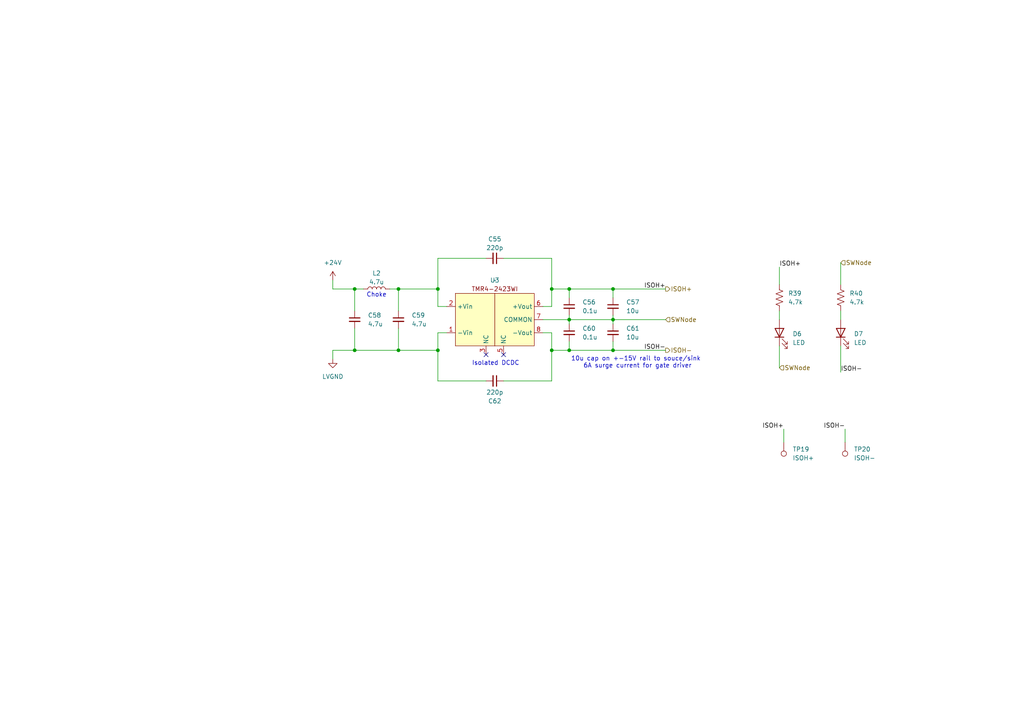
<source format=kicad_sch>
(kicad_sch (version 20250114) (generator "eeschema") (generator_version "9.0")
  (paper "A4")
  (lib_symbols
    (symbol "Connector:TestPoint" (pin_numbers (hide yes)) (pin_names (offset 0.762) (hide yes))
      (property "Reference" "TP" (at 0 6.858 0))
      (property "Value" "TestPoint" (at 0 5.08 0))
      (symbol "TestPoint_0_1"
        (circle (center 0 3.302) (radius 0.762))
      )
      (symbol "TestPoint_1_1"
        (pin passive line (at 0 0 90) (length 2.54) (name "1") (number "1"))
      )
    )
    (symbol "Device:C_Small" (pin_numbers (hide yes)) (pin_names (offset 0.254) (hide yes))
      (property "Reference" "C" (at 0.254 1.778 0))
      (property "Value" "C_Small" (at 0.254 -2.032 0))
      (symbol "C_Small_0_1"
        (polyline (pts (xy -1.524 0.508) (xy 1.524 0.508)) (stroke (width 0.3048)))
        (polyline (pts (xy -1.524 -0.508) (xy 1.524 -0.508)) (stroke (width 0.3302)))
      )
      (symbol "C_Small_1_1"
        (pin passive line (at 0 2.54 270) (length 2.032) (name "~") (number "1"))
        (pin passive line (at 0 -2.54 90) (length 2.032) (name "~") (number "2"))
      )
    )
    (symbol "Device:L" (pin_numbers (hide yes)) (pin_names (offset 1.016) (hide yes))
      (property "Reference" "L" (at -1.27 0 90))
      (property "Value" "L" (at 1.905 0 90))
      (symbol "L_0_1"
        (arc (start 0 2.54) (mid 0.6323 1.905) (end 0 1.27))
        (arc (start 0 1.27) (mid 0.6323 0.635) (end 0 0))
        (arc (start 0 0) (mid 0.6323 -0.635) (end 0 -1.27))
        (arc (start 0 -1.27) (mid 0.6323 -1.905) (end 0 -2.54))
      )
      (symbol "L_1_1"
        (pin passive line (at 0 3.81 270) (length 1.27) (name "1") (number "1"))
        (pin passive line (at 0 -3.81 90) (length 1.27) (name "2") (number "2"))
      )
    )
    (symbol "Device:LED" (pin_numbers (hide yes)) (pin_names (offset 1.016) (hide yes))
      (property "Reference" "D" (at 0 2.54 0))
      (property "Value" "LED" (at 0 -2.54 0))
      (symbol "LED_0_1"
        (polyline (pts (xy -3.048 -0.762) (xy -4.572 -2.286) (xy -3.81 -2.286) (xy -4.572 -2.286) (xy -4.572 -1.524)))
        (polyline (pts (xy -1.778 -0.762) (xy -3.302 -2.286) (xy -2.54 -2.286) (xy -3.302 -2.286) (xy -3.302 -1.524)))
        (polyline (pts (xy -1.27 0) (xy 1.27 0)))
        (polyline (pts (xy -1.27 -1.27) (xy -1.27 1.27)) (stroke (width 0.254)))
        (polyline (pts (xy 1.27 -1.27) (xy 1.27 1.27) (xy -1.27 0) (xy 1.27 -1.27)) (stroke (width 0.254)))
      )
      (symbol "LED_1_1"
        (pin passive line (at -3.81 0 0) (length 2.54) (name "K") (number "1"))
        (pin passive line (at 3.81 0 180) (length 2.54) (name "A") (number "2"))
      )
    )
    (symbol "Device:R_US" (pin_numbers (hide yes)) (pin_names (offset 0))
      (property "Reference" "R" (at 2.54 0 90))
      (property "Value" "R_US" (at -2.54 0 90))
      (symbol "R_US_0_1"
        (polyline (pts (xy 0 2.286) (xy 0 2.54)))
        (polyline (pts (xy 0 2.286) (xy 1.016 1.905) (xy 0 1.524) (xy -1.016 1.143) (xy 0 0.762)))
        (polyline (pts (xy 0 0.762) (xy 1.016 0.381) (xy 0 0) (xy -1.016 -0.381) (xy 0 -0.762)))
        (polyline (pts (xy 0 -0.762) (xy 1.016 -1.143) (xy 0 -1.524) (xy -1.016 -1.905) (xy 0 -2.286)))
        (polyline (pts (xy 0 -2.286) (xy 0 -2.54)))
      )
      (symbol "R_US_1_1"
        (pin passive line (at 0 3.81 270) (length 1.27) (name "~") (number "1"))
        (pin passive line (at 0 -3.81 90) (length 1.27) (name "~") (number "2"))
      )
    )
    (symbol "TractionInverter:TMR4-2423WI"
      (property "Reference" "U" (at 0 0 0))
      (symbol "TMR4-2423WI_0_1"
        (polyline (pts (xy 0 7.62) (xy 0 -7.62)))
      )
      (symbol "TMR4-2423WI_1_1"
        (rectangle (start -11.43 7.62) (end 11.43 -7.62) (fill (type color) (color 255 255 194 1)))
        (text "TMR4-2423WI" (at 0 8.89 0) (effects (font (size 1.27 1.27))))
        (pin passive line (at -13.97 3.81 0) (length 2.54) (name "+Vin") (number "2"))
        (pin passive line (at -13.97 -3.81 0) (length 2.54) (name "-Vin") (number "1"))
        (pin passive line (at -2.54 -10.16 90) (length 2.54) (name "NC") (number "3"))
        (pin passive line (at 2.54 -10.16 90) (length 2.54) (name "NC") (number "5"))
        (pin passive line (at 13.97 3.81 180) (length 2.54) (name "+Vout") (number "6"))
        (pin passive line (at 13.97 0 180) (length 2.54) (name "COMMON") (number "7"))
        (pin passive line (at 13.97 -3.81 180) (length 2.54) (name "-Vout") (number "8"))
      )
    )
    (symbol "power:+24V" (power) (pin_numbers (hide yes)) (pin_names (offset 0) (hide yes))
      (property "Value" "+24V" (at 0 3.556 0))
      (symbol "+24V_0_1"
        (polyline (pts (xy -0.762 1.27) (xy 0 2.54)))
        (polyline (pts (xy 0 2.54) (xy 0.762 1.27)))
        (polyline (pts (xy 0 0) (xy 0 2.54)))
      )
      (symbol "+24V_1_1"
        (pin power_in line (at 0 0 90) (length 0) (name "~") (number "1"))
      )
    )
    (symbol "power:GND" (power) (pin_numbers (hide yes)) (pin_names (offset 0) (hide yes))
      (property "Value" "GND" (at 0 -3.81 0))
      (symbol "GND_0_1"
        (polyline (pts (xy 0 0) (xy 0 -1.27) (xy 1.27 -1.27) (xy 0 -2.54) (xy -1.27 -1.27) (xy 0 -1.27)))
      )
      (symbol "GND_1_1"
        (pin power_in line (at 0 0 270) (length 0) (name "~") (number "1"))
      )
    )
  )
  (text "10u cap on +-15V rail to souce/sink \n6A surge current for gate driver" (at 184.912 105.156 0) (effects (font (size 1.27 1.27))))
  (text "Isolated DCDC" (at 143.764 105.41 0) (effects (font (size 1.27 1.27))))
  (text "Choke" (at 109.22 85.598 0) (effects (font (size 1.27 1.27))))
  (junction (at 177.8 83.82))
  (junction (at 177.8 101.6))
  (junction (at 177.8 92.71))
  (junction (at 115.57 101.6))
  (junction (at 115.57 83.82))
  (junction (at 165.1 83.82))
  (junction (at 165.1 92.71))
  (junction (at 165.1 101.6))
  (junction (at 102.87 83.82))
  (junction (at 160.02 101.6))
  (junction (at 160.02 83.82))
  (junction (at 127 83.82))
  (junction (at 102.87 101.6))
  (junction (at 127 101.6))
  (no_connect (at 146.05 102.87))
  (no_connect (at 140.97 102.87))
  (wire (pts (xy 115.57 83.82) (xy 127 83.82)))
  (wire (pts (xy 127 74.93) (xy 127 83.82)))
  (wire (pts (xy 115.57 101.6) (xy 127 101.6)))
  (wire (pts (xy 243.84 100.33) (xy 243.84 107.95)))
  (wire (pts (xy 177.8 91.44) (xy 177.8 92.71)))
  (wire (pts (xy 160.02 74.93) (xy 160.02 83.82)))
  (wire (pts (xy 177.8 92.71) (xy 177.8 93.98)))
  (wire (pts (xy 165.1 99.06) (xy 165.1 101.6)))
  (wire (pts (xy 140.97 110.49) (xy 127 110.49)))
  (wire (pts (xy 160.02 110.49) (xy 160.02 101.6)))
  (wire (pts (xy 96.52 101.6) (xy 102.87 101.6)))
  (wire (pts (xy 165.1 101.6) (xy 177.8 101.6)))
  (wire (pts (xy 245.11 124.46) (xy 245.11 128.27)))
  (wire (pts (xy 127 88.9) (xy 129.54 88.9)))
  (wire (pts (xy 226.06 100.33) (xy 226.06 106.68)))
  (wire (pts (xy 177.8 92.71) (xy 165.1 92.71)))
  (wire (pts (xy 226.06 77.47) (xy 226.06 82.55)))
  (wire (pts (xy 160.02 101.6) (xy 165.1 101.6)))
  (wire (pts (xy 127 96.52) (xy 127 101.6)))
  (wire (pts (xy 157.48 92.71) (xy 165.1 92.71)))
  (wire (pts (xy 113.03 83.82) (xy 115.57 83.82)))
  (wire (pts (xy 177.8 99.06) (xy 177.8 101.6)))
  (wire (pts (xy 165.1 92.71) (xy 165.1 93.98)))
  (wire (pts (xy 165.1 83.82) (xy 165.1 86.36)))
  (wire (pts (xy 160.02 83.82) (xy 165.1 83.82)))
  (wire (pts (xy 102.87 83.82) (xy 105.41 83.82)))
  (wire (pts (xy 115.57 83.82) (xy 115.57 90.17)))
  (wire (pts (xy 193.04 92.71) (xy 177.8 92.71)))
  (wire (pts (xy 96.52 83.82) (xy 102.87 83.82)))
  (wire (pts (xy 157.48 88.9) (xy 160.02 88.9)))
  (wire (pts (xy 115.57 95.25) (xy 115.57 101.6)))
  (wire (pts (xy 160.02 88.9) (xy 160.02 83.82)))
  (wire (pts (xy 102.87 101.6) (xy 115.57 101.6)))
  (wire (pts (xy 102.87 95.25) (xy 102.87 101.6)))
  (wire (pts (xy 140.97 74.93) (xy 127 74.93)))
  (wire (pts (xy 157.48 96.52) (xy 160.02 96.52)))
  (wire (pts (xy 165.1 83.82) (xy 177.8 83.82)))
  (wire (pts (xy 227.33 124.46) (xy 227.33 128.27)))
  (wire (pts (xy 165.1 91.44) (xy 165.1 92.71)))
  (wire (pts (xy 243.84 90.17) (xy 243.84 92.71)))
  (wire (pts (xy 127 110.49) (xy 127 101.6)))
  (wire (pts (xy 177.8 83.82) (xy 193.04 83.82)))
  (wire (pts (xy 102.87 83.82) (xy 102.87 90.17)))
  (wire (pts (xy 96.52 104.14) (xy 96.52 101.6)))
  (wire (pts (xy 127 83.82) (xy 127 88.9)))
  (wire (pts (xy 160.02 96.52) (xy 160.02 101.6)))
  (wire (pts (xy 243.84 76.2) (xy 243.84 82.55)))
  (wire (pts (xy 177.8 83.82) (xy 177.8 86.36)))
  (wire (pts (xy 146.05 110.49) (xy 160.02 110.49)))
  (wire (pts (xy 146.05 74.93) (xy 160.02 74.93)))
  (wire (pts (xy 177.8 101.6) (xy 193.04 101.6)))
  (wire (pts (xy 96.52 81.28) (xy 96.52 83.82)))
  (wire (pts (xy 226.06 90.17) (xy 226.06 92.71)))
  (wire (pts (xy 127 96.52) (xy 129.54 96.52)))
  (label "ISOH+" (at 227.33 124.46 180))
  (label "ISOH-" (at 245.11 124.46 180))
  (label "ISOH-" (at 243.84 107.95 0))
  (label "ISOH+" (at 226.06 77.47 0))
  (label "ISOH-" (at 193.04 101.6 180))
  (label "ISOH+" (at 193.04 83.82 180))
  (hierarchical_label "SWNode" (shape input) (at 193.04 92.71 0))
  (hierarchical_label "SWNode" (shape input) (at 243.84 76.2 0))
  (hierarchical_label "SWNode" (shape input) (at 226.06 106.68 0))
  (hierarchical_label "ISOH+" (shape output) (at 193.04 83.82 0))
  (hierarchical_label "ISOH-" (shape output) (at 193.04 101.6 0))
  (symbol (lib_id "Device:C_Small") (at 165.1 88.9 0) (unit 1)
    (property "Reference" "C56" (at 168.91 87.6362 0) (effects (justify left)))
    (property "Value" "0.1u" (at 168.91 90.1762 0) (effects (justify left)))
    (property "Footprint" "Capacitor_SMD:C_0603_1608Metric" (effects (hide yes)))
    (property "Description" "Unpolarized capacitor, small symbol" (effects (hide yes)))
    (instances (project "TractionInverter" (path "" (reference "C56") (unit 1)) (path "" (reference "C154") (unit 1)) (path "" (reference "C108") (unit 1))))
  )
  (symbol (lib_id "Device:C_Small") (at 143.51 74.93 270) (unit 1)
    (property "Reference" "C55" (at 143.51 69.342 90))
    (property "Value" "220p" (at 143.51 71.882 90))
    (property "Footprint" "Capacitor_SMD:C_1808_4520Metric" (effects (hide yes)))
    (property "Description" "Unpolarized capacitor, small symbol" (effects (hide yes)))
    (instances (project "TractionInverter" (path "" (reference "C55") (unit 1)) (path "" (reference "C153") (unit 1)) (path "" (reference "C107") (unit 1))))
  )
  (symbol (lib_id "Device:C_Small") (at 177.8 96.52 0) (unit 1)
    (property "Reference" "C61" (at 181.61 95.2562 0) (effects (justify left)))
    (property "Value" "10u" (at 181.61 97.7962 0) (effects (justify left)))
    (property "Footprint" "Capacitor_SMD:C_1210_3225Metric" (effects (hide yes)))
    (property "Description" "Unpolarized capacitor, small symbol" (effects (hide yes)))
    (instances (project "TractionInverter" (path "" (reference "C61") (unit 1)) (path "" (reference "C159") (unit 1)) (path "" (reference "C113") (unit 1))))
  )
  (symbol (lib_id "Device:LED") (at 243.84 96.52 90) (unit 1)
    (property "Reference" "D7" (at 247.65 96.8374 90) (effects (justify right)))
    (property "Value" "LED" (at 247.65 99.3774 90) (effects (justify right)))
    (property "Footprint" "LED_SMD:LED_0603_1608Metric" (effects (hide yes)))
    (property "Description" "Light emitting diode" (effects (hide yes)))
    (property "Sim.Pins" "1=K 2=A" (effects (hide yes)))
    (instances (project "TractionInverter" (path "" (reference "D7") (unit 1)) (path "" (reference "D37") (unit 1)) (path "" (reference "D25") (unit 1))))
  )
  (symbol (lib_id "Connector:TestPoint") (at 227.33 128.27 180) (unit 1)
    (property "Reference" "TP19" (at 229.87 130.3019 0) (effects (justify right)))
    (property "Value" "ISOH+" (at 229.87 132.8419 0) (effects (justify right)))
    (property "Footprint" "TractionInverter:KEYSTONE_5281" (effects (hide yes)))
    (property "Description" "test point" (effects (hide yes)))
    (instances (project "TractionInverter" (path "" (reference "TP19") (unit 1)) (path "" (reference "TP64") (unit 1)) (path "" (reference "TP42") (unit 1))))
  )
  (symbol (lib_id "Device:R_US") (at 226.06 86.36 0) (unit 1)
    (property "Reference" "R39" (at 228.6 85.0899 0) (effects (justify left)))
    (property "Value" "4.7k" (at 228.6 87.6299 0) (effects (justify left)))
    (property "Footprint" "Resistor_SMD:R_0603_1608Metric" (effects (hide yes)))
    (property "Description" "Resistor, US symbol" (effects (hide yes)))
    (instances (project "TractionInverter" (path "" (reference "R39") (unit 1)) (path "" (reference "R134") (unit 1)) (path "" (reference "R90") (unit 1))))
  )
  (symbol (lib_id "Device:C_Small") (at 177.8 88.9 0) (unit 1)
    (property "Reference" "C57" (at 181.61 87.6362 0) (effects (justify left)))
    (property "Value" "10u" (at 181.61 90.1762 0) (effects (justify left)))
    (property "Footprint" "Capacitor_SMD:C_1210_3225Metric" (effects (hide yes)))
    (property "Description" "Unpolarized capacitor, small symbol" (effects (hide yes)))
    (instances (project "TractionInverter" (path "" (reference "C57") (unit 1)) (path "" (reference "C155") (unit 1)) (path "" (reference "C109") (unit 1))))
  )
  (symbol (lib_id "Device:C_Small") (at 102.87 92.71 0) (unit 1)
    (property "Reference" "C58" (at 106.68 91.4462 0) (effects (justify left)))
    (property "Value" "4.7u" (at 106.68 93.9862 0) (effects (justify left)))
    (property "Footprint" "Capacitor_SMD:C_1210_3225Metric" (effects (hide yes)))
    (property "Description" "Unpolarized capacitor, small symbol" (effects (hide yes)))
    (instances (project "TractionInverter" (path "" (reference "C58") (unit 1)) (path "" (reference "C156") (unit 1)) (path "" (reference "C110") (unit 1))))
  )
  (symbol (lib_id "Device:LED") (at 226.06 96.52 90) (unit 1)
    (property "Reference" "D6" (at 229.87 96.8374 90) (effects (justify right)))
    (property "Value" "LED" (at 229.87 99.3774 90) (effects (justify right)))
    (property "Footprint" "LED_SMD:LED_0603_1608Metric" (effects (hide yes)))
    (property "Description" "Light emitting diode" (effects (hide yes)))
    (property "Sim.Pins" "1=K 2=A" (effects (hide yes)))
    (instances (project "TractionInverter" (path "" (reference "D6") (unit 1)) (path "" (reference "D36") (unit 1)) (path "" (reference "D24") (unit 1))))
  )
  (symbol (lib_id "TractionInverter:TMR4-2423WI") (at 143.51 92.71 0) (unit 1)
    (property "Reference" "U3" (at 143.51 81.28 0))
    (property "Value" "~" (at 143.51 81.28 0))
    (property "Footprint" "TractionInverter:Converter_DCDC_TRACO_TMR4-xxxxWI_THT" (effects (hide yes)))
    (instances (project "TractionInverter" (path "" (reference "U3") (unit 1)) (path "" (reference "U9") (unit 1)) (path "" (reference "U6") (unit 1))))
  )
  (symbol (lib_id "Device:C_Small") (at 115.57 92.71 0) (unit 1)
    (property "Reference" "C59" (at 119.38 91.4462 0) (effects (justify left)))
    (property "Value" "4.7u" (at 119.38 93.9862 0) (effects (justify left)))
    (property "Footprint" "Capacitor_SMD:C_1210_3225Metric" (effects (hide yes)))
    (property "Description" "Unpolarized capacitor, small symbol" (effects (hide yes)))
    (instances (project "TractionInverter" (path "" (reference "C59") (unit 1)) (path "" (reference "C157") (unit 1)) (path "" (reference "C111") (unit 1))))
  )
  (symbol (lib_id "power:GND") (at 96.52 104.14 0) (unit 1)
    (property "Reference" "#PWR066" (effects (hide yes)))
    (property "Value" "LVGND" (at 96.52 109.22 0))
    (property "Description" "Power symbol creates a global label with name \"GND\" , ground" (effects (hide yes)))
    (instances (project "TractionInverter" (path "" (reference "#PWR066") (unit 1)) (path "" (reference "#PWR0208") (unit 1)) (path "" (reference "#PWR0143") (unit 1))))
  )
  (symbol (lib_id "Device:R_US") (at 243.84 86.36 0) (unit 1)
    (property "Reference" "R40" (at 246.38 85.0899 0) (effects (justify left)))
    (property "Value" "4.7k" (at 246.38 87.6299 0) (effects (justify left)))
    (property "Footprint" "Resistor_SMD:R_0603_1608Metric" (effects (hide yes)))
    (property "Description" "Resistor, US symbol" (effects (hide yes)))
    (instances (project "TractionInverter" (path "" (reference "R40") (unit 1)) (path "" (reference "R135") (unit 1)) (path "" (reference "R91") (unit 1))))
  )
  (symbol (lib_id "Connector:TestPoint") (at 245.11 128.27 180) (unit 1)
    (property "Reference" "TP20" (at 247.65 130.3019 0) (effects (justify right)))
    (property "Value" "ISOH-" (at 247.65 132.8419 0) (effects (justify right)))
    (property "Footprint" "TractionInverter:KEYSTONE_5281" (effects (hide yes)))
    (property "Description" "test point" (effects (hide yes)))
    (instances (project "TractionInverter" (path "" (reference "TP20") (unit 1)) (path "" (reference "TP65") (unit 1)) (path "" (reference "TP43") (unit 1))))
  )
  (symbol (lib_id "Device:C_Small") (at 165.1 96.52 0) (unit 1)
    (property "Reference" "C60" (at 168.91 95.2562 0) (effects (justify left)))
    (property "Value" "0.1u" (at 168.91 97.7962 0) (effects (justify left)))
    (property "Footprint" "Capacitor_SMD:C_0603_1608Metric" (effects (hide yes)))
    (property "Description" "Unpolarized capacitor, small symbol" (effects (hide yes)))
    (instances (project "TractionInverter" (path "" (reference "C60") (unit 1)) (path "" (reference "C158") (unit 1)) (path "" (reference "C112") (unit 1))))
  )
  (symbol (lib_id "Device:L") (at 109.22 83.82 90) (unit 1)
    (property "Reference" "L2" (at 109.22 79.248 90))
    (property "Value" "4.7u" (at 109.22 81.788 90))
    (property "Footprint" "TractionInverter:WE-LQ_L49" (effects (hide yes)))
    (property "Description" "Inductor" (effects (hide yes)))
    (instances (project "TractionInverter" (path "" (reference "L2") (unit 1)) (path "" (reference "L4") (unit 1)) (path "" (reference "L3") (unit 1))))
  )
  (symbol (lib_id "Device:C_Small") (at 143.51 110.49 270) (mirror x) (unit 1)
    (property "Reference" "C62" (at 143.51 116.332 90))
    (property "Value" "220p" (at 143.51 113.792 90))
    (property "Footprint" "Capacitor_SMD:C_1808_4520Metric" (effects (hide yes)))
    (property "Description" "Unpolarized capacitor, small symbol" (effects (hide yes)))
    (instances (project "TractionInverter" (path "" (reference "C62") (unit 1)) (path "" (reference "C160") (unit 1)) (path "" (reference "C114") (unit 1))))
  )
  (symbol (lib_id "power:+24V") (at 96.52 81.28 0) (unit 1)
    (property "Reference" "#PWR065" (effects (hide yes)))
    (property "Value" "+24V" (at 96.52 76.2 0))
    (property "Description" "Power symbol creates a global label with name \"+24V\"" (effects (hide yes)))
    (instances (project "TractionInverter" (path "" (reference "#PWR065") (unit 1)) (path "" (reference "#PWR0207") (unit 1)) (path "" (reference "#PWR0142") (unit 1))))
  )
)
</source>
